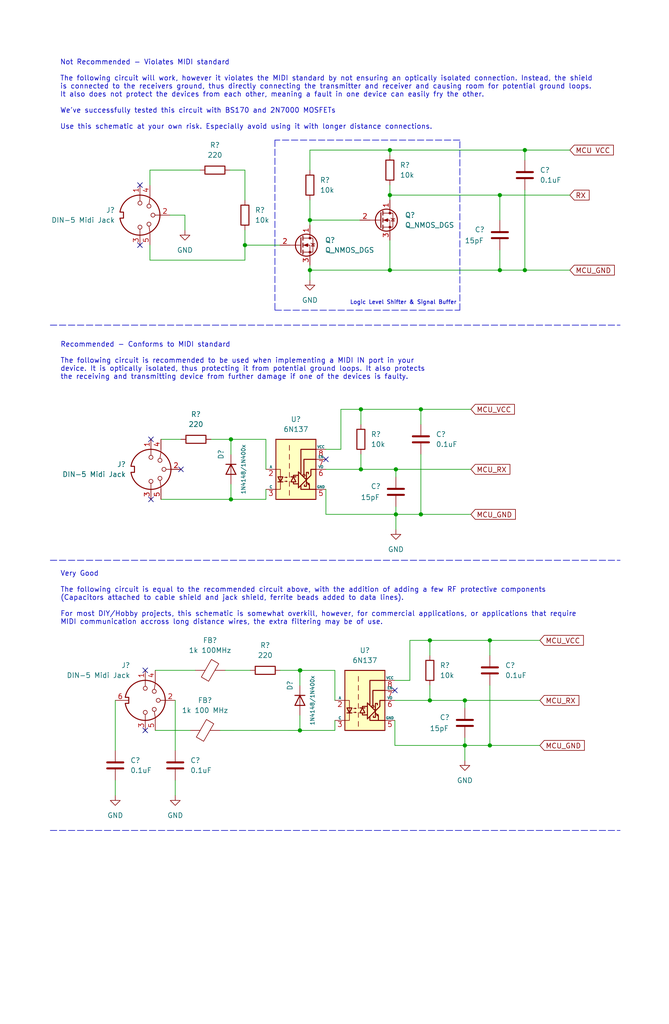
<source format=kicad_sch>
(kicad_sch (version 20211123) (generator eeschema)
  (paper "User" 170.002 259.994)
  (title_block (title "MIDI IN Template Schematics") (date "2022-07-23") (rev "v1.0.0") (company "TU-DO Makerspace") (comment 3 "Author: Patrick Pedersen <ctx.xda@gmail.com>"))
  (lib_symbols
    (symbol "Connector:DIN-5_180degree" (pin_names (offset 1.016))
      (property "Reference" "J" (at 3.175 5.715 0))
      (property "Value" "DIN-5_180degree" (at 0 -6.35 0))
      (symbol "DIN-5_180degree_0_1"
        (arc (start -5.08 0) (mid -3.8609 -3.3364) (end -0.762 -5.08) (stroke (width 0.254)))
        (circle (center -3.048 0) (radius 0.508))
        (circle (center -2.286 2.286) (radius 0.508))
        (polyline (pts (xy -5.08 0) (xy -3.556 0)))
        (polyline (pts (xy 0 5.08) (xy 0 3.81)))
        (polyline (pts (xy 5.08 0) (xy 3.556 0)))
        (polyline (pts (xy -5.08 2.54) (xy -4.318 2.54) (xy -2.794 2.286)))
        (polyline (pts (xy 5.08 2.54) (xy 4.318 2.54) (xy 2.794 2.286)))
        (polyline (pts (xy -0.762 -4.953) (xy -0.762 -4.191) (xy 0.762 -4.191) (xy 0.762 -4.953)) (stroke (width 0.254)))
        (circle (center 0 3.302) (radius 0.508))
        (arc (start 0.762 -5.08) (mid 3.8685 -3.343) (end 5.08 0) (stroke (width 0.254)))
        (circle (center 2.286 2.286) (radius 0.508))
        (circle (center 3.048 0) (radius 0.508))
        (arc (start 5.08 0) (mid 0 5.08) (end -5.08 0) (stroke (width 0.254)))
      )
      (symbol "DIN-5_180degree_1_1"
        (pin passive line (at -7.62 0 0) (length 2.54) (name "~") (number "1"))
        (pin passive line (at 0 7.62 270) (length 2.54) (name "~") (number "2"))
        (pin passive line (at 7.62 0 180) (length 2.54) (name "~") (number "3"))
        (pin passive line (at -7.62 2.54 0) (length 2.54) (name "~") (number "4"))
        (pin passive line (at 7.62 2.54 180) (length 2.54) (name "~") (number "5"))
      )
    )
    (symbol "DIN-5_180degree_1" (pin_names (offset 1.016))
      (property "Reference" "J?" (at 6.35 -1.27 90))
      (property "Value" "DIN-5 Midi Jack" (at 6.35 1.27 90))
      (symbol "DIN-5_180degree_1_0_1"
        (arc (start -5.08 0) (mid -3.8609 -3.3364) (end -0.762 -5.08) (stroke (width 0.254)))
        (circle (center -3.048 0) (radius 0.508))
        (circle (center -2.286 2.286) (radius 0.508))
        (polyline (pts (xy -5.08 0) (xy -3.556 0)))
        (polyline (pts (xy 0 -5.08) (xy 0 -4.318)))
        (polyline (pts (xy 0 5.08) (xy 0 3.81)))
        (polyline (pts (xy 5.08 0) (xy 3.556 0)))
        (polyline (pts (xy -5.08 2.54) (xy -4.318 2.54) (xy -2.794 2.286)))
        (polyline (pts (xy 5.08 2.54) (xy 4.318 2.54) (xy 2.794 2.286)))
        (polyline (pts (xy -0.762 -4.953) (xy -0.762 -4.191) (xy 0.762 -4.191) (xy 0.762 -4.953)) (stroke (width 0.254)))
        (circle (center 0 3.302) (radius 0.508))
        (arc (start 0.762 -5.08) (mid 3.8685 -3.343) (end 5.08 0) (stroke (width 0.254)))
        (circle (center 2.286 2.286) (radius 0.508))
        (circle (center 3.048 0) (radius 0.508))
        (arc (start 5.08 0) (mid 0 5.08) (end -5.08 0) (stroke (width 0.254)))
      )
      (symbol "DIN-5_180degree_1_1_1"
        (pin passive line (at -7.62 0 0) (length 2.54) (name "~") (number "1"))
        (pin passive line (at 0 7.62 270) (length 2.54) (name "~") (number "2"))
        (pin passive line (at 7.62 0 180) (length 2.54) (name "~") (number "3"))
        (pin passive line (at -7.62 2.54 0) (length 2.54) (name "~") (number "4"))
        (pin passive line (at 7.62 2.54 180) (length 2.54) (name "~") (number "5"))
        (pin input line (at 0 -7.62 90) (length 2.54) (name "") (number "6"))
      )
    )
    (symbol "Device:C" (pin_numbers hide) (pin_names (offset 0.254))
      (property "Reference" "C" (at 0.635 2.54 0))
      (property "Value" "C" (at 0.635 -2.54 0))
      (symbol "C_0_1"
        (polyline (pts (xy -2.032 -0.762) (xy 2.032 -0.762)) (stroke (width 0.508)))
        (polyline (pts (xy -2.032 0.762) (xy 2.032 0.762)) (stroke (width 0.508)))
      )
      (symbol "C_1_1"
        (pin passive line (at 0 3.81 270) (length 2.794) (name "~") (number "1"))
        (pin passive line (at 0 -3.81 90) (length 2.794) (name "~") (number "2"))
      )
    )
    (symbol "Device:D" (pin_numbers hide) (pin_names (offset 1.016) hide)
      (property "Reference" "D" (at 0 2.54 0))
      (property "Value" "D" (at 0 -2.54 0))
      (symbol "D_0_1"
        (polyline (pts (xy -1.27 1.27) (xy -1.27 -1.27)) (stroke (width 0.254)))
        (polyline (pts (xy 1.27 0) (xy -1.27 0)))
        (polyline (pts (xy 1.27 1.27) (xy 1.27 -1.27) (xy -1.27 0) (xy 1.27 1.27)) (stroke (width 0.254)))
      )
      (symbol "D_1_1"
        (pin passive line (at -3.81 0 0) (length 2.54) (name "K") (number "1"))
        (pin passive line (at 3.81 0 180) (length 2.54) (name "A") (number "2"))
      )
    )
    (symbol "Device:FerriteBead" (pin_numbers hide) (pin_names (offset 0))
      (property "Reference" "FB" (at -3.81 0.635 90))
      (property "Value" "FerriteBead" (at 3.81 0 90))
      (symbol "FerriteBead_0_1"
        (polyline (pts (xy 0 -1.27) (xy 0 -1.2192)))
        (polyline (pts (xy 0 1.27) (xy 0 1.2954)))
        (polyline (pts (xy -2.7686 0.4064) (xy -1.7018 2.2606) (xy 2.7686 -0.3048) (xy 1.6764 -2.159) (xy -2.7686 0.4064)))
      )
      (symbol "FerriteBead_1_1"
        (pin passive line (at 0 3.81 270) (length 2.54) (name "~") (number "1"))
        (pin passive line (at 0 -3.81 90) (length 2.54) (name "~") (number "2"))
      )
    )
    (symbol "Device:Q_NMOS_DGS" (pin_names (offset 0) hide)
      (property "Reference" "Q" (at 5.08 1.27 0))
      (property "Value" "Q_NMOS_DGS" (at 5.08 -1.27 0))
      (symbol "Q_NMOS_DGS_0_1"
        (polyline (pts (xy 0.254 0) (xy -2.54 0)))
        (polyline (pts (xy 0.254 1.905) (xy 0.254 -1.905)) (stroke (width 0.254)))
        (polyline (pts (xy 0.762 -1.27) (xy 0.762 -2.286)) (stroke (width 0.254)))
        (polyline (pts (xy 0.762 0.508) (xy 0.762 -0.508)) (stroke (width 0.254)))
        (polyline (pts (xy 0.762 2.286) (xy 0.762 1.27)) (stroke (width 0.254)))
        (polyline (pts (xy 2.54 2.54) (xy 2.54 1.778)))
        (polyline (pts (xy 2.54 -2.54) (xy 2.54 0) (xy 0.762 0)))
        (polyline (pts (xy 0.762 -1.778) (xy 3.302 -1.778) (xy 3.302 1.778) (xy 0.762 1.778)))
        (polyline (pts (xy 1.016 0) (xy 2.032 0.381) (xy 2.032 -0.381) (xy 1.016 0)) (fill (type outline)))
        (polyline (pts (xy 2.794 0.508) (xy 2.921 0.381) (xy 3.683 0.381) (xy 3.81 0.254)))
        (polyline (pts (xy 3.302 0.381) (xy 2.921 -0.254) (xy 3.683 -0.254) (xy 3.302 0.381)))
        (circle (center 1.651 0) (radius 2.794) (stroke (width 0.254)))
        (circle (center 2.54 -1.778) (radius 0.254) (fill (type outline)))
        (circle (center 2.54 1.778) (radius 0.254) (fill (type outline)))
      )
      (symbol "Q_NMOS_DGS_1_1"
        (pin passive line (at 2.54 5.08 270) (length 2.54) (name "D") (number "1"))
        (pin input line (at -5.08 0 0) (length 2.54) (name "G") (number "2"))
        (pin passive line (at 2.54 -5.08 90) (length 2.54) (name "S") (number "3"))
      )
    )
    (symbol "Device:R" (pin_numbers hide) (pin_names (offset 0))
      (property "Reference" "R" (at 2.032 0 90))
      (property "Value" "R" (at 0 0 90))
      (symbol "R_0_1"
        (rectangle (start -1.016 -2.54) (end 1.016 2.54) (stroke (width 0.254)))
      )
      (symbol "R_1_1"
        (pin passive line (at 0 3.81 270) (length 1.27) (name "~") (number "1"))
        (pin passive line (at 0 -3.81 90) (length 1.27) (name "~") (number "2"))
      )
    )
    (symbol "Isolator:6N137" (pin_names (offset 0))
      (property "Reference" "U" (at -4.064 8.89 0))
      (property "Value" "6N137" (at 0 -8.89 0))
      (symbol "6N137_0_1"
        (polyline (pts (xy 2.667 -3.556) (xy 2.667 -1.651)) (stroke (width 0.254)))
        (polyline (pts (xy 2.667 -2.159) (xy 2.667 -2.921)) (stroke (width 0.254)))
        (polyline (pts (xy 3.429 -3.937) (xy 3.429 -5.08)) (stroke (width 0.254)))
        (polyline (pts (xy -0.635 -3.302) (xy -0.635 -3.683) (xy 0.635 -3.683)) (stroke (width 0.254)))
        (polyline (pts (xy -0.635 -1.905) (xy -0.635 -1.524) (xy 0.508 -1.524)) (stroke (width 0.254)))
        (polyline (pts (xy 1.27 -4.064) (xy 1.27 -5.08) (xy 5.08 -5.08)) (stroke (width 0.254)))
        (polyline (pts (xy 1.27 -1.27) (xy 1.27 5.08) (xy 5.08 5.08)) (stroke (width 0.254)))
        (polyline (pts (xy 2.032 -1.27) (xy 2.032 2.54) (xy 5.08 2.54)) (stroke (width 0.254)))
        (polyline (pts (xy -5.08 -5.08) (xy -3.937 -5.08) (xy -3.937 0) (xy -5.08 0)))
        (polyline (pts (xy 2.667 -3.302) (xy 2.667 -4.318) (xy 2.159 -4.318) (xy 2.159 -3.937)) (stroke (width 0.254)))
        (polyline (pts (xy 2.667 -2.667) (xy 0.635 -4.699) (xy 0.635 -0.635) (xy 2.667 -2.667)) (stroke (width 0.254)))
        (polyline (pts (xy 2.667 -1.778) (xy 2.667 -0.762) (xy 3.175 -0.762) (xy 3.175 -1.143)) (stroke (width 0.254)))
        (polyline (pts (xy 2.794 -2.54) (xy 3.81 -1.524) (xy 3.81 0) (xy 5.08 0)) (stroke (width 0.254)))
        (polyline (pts (xy 2.667 -3.175) (xy 3.429 -3.937) (xy 3.302 -3.556) (xy 3.048 -3.81) (xy 3.429 -3.937)) (stroke (width 0.254)))
        (circle (center 2.032 -1.524) (radius 0.254) (stroke (width 0.254)))
      )
      (symbol "6N137_1_1"
        (rectangle (start -5.08 7.62) (end 5.08 -7.62) (stroke (width 0.254)) (fill (type background)))
        (polyline (pts (xy -4.572 -3.175) (xy -3.302 -3.175)) (stroke (width 0.254)))
        (polyline (pts (xy -1.651 -5.334) (xy -1.651 -6.604)))
        (polyline (pts (xy -1.651 -3.048) (xy -1.651 -4.318)))
        (polyline (pts (xy -1.651 -0.762) (xy -1.651 -2.032)))
        (polyline (pts (xy -1.651 1.524) (xy -1.651 0.254)))
        (polyline (pts (xy -1.651 3.81) (xy -1.651 2.54)))
        (polyline (pts (xy -1.651 6.096) (xy -1.651 4.826)))
        (polyline (pts (xy -1.27 -1.905) (xy 0 -1.905)) (stroke (width 0.254)))
        (polyline (pts (xy -3.937 -3.175) (xy -4.572 -1.905) (xy -3.302 -1.905) (xy -3.937 -3.175)) (stroke (width 0.254)))
        (polyline (pts (xy -0.635 -1.905) (xy -1.27 -3.175) (xy 0 -3.175) (xy -0.635 -1.905)) (stroke (width 0.254)))
        (polyline (pts (xy -2.921 -3.048) (xy -2.159 -3.048) (xy -2.54 -3.175) (xy -2.54 -2.921) (xy -2.159 -3.048)) (stroke (width 0.127)))
        (polyline (pts (xy -2.921 -2.032) (xy -2.159 -2.032) (xy -2.54 -2.159) (xy -2.54 -1.905) (xy -2.159 -2.032)) (stroke (width 0.127)))
        (pin no_connect line (at -5.08 5.08 0) (length 2.54) hide (name "NC") (number "1"))
        (pin passive line (at -7.62 0 0) (length 2.54) (name "A") (number "2"))
        (pin passive line (at -7.62 -5.08 0) (length 2.54) (name "C") (number "3"))
        (pin power_in line (at 7.62 -5.08 180) (length 2.54) (name "GND") (number "5"))
        (pin open_collector line (at 7.62 0 180) (length 2.54) (name "VO") (number "6"))
        (pin input line (at 7.62 2.54 180) (length 2.54) (name "EN") (number "7"))
        (pin power_in line (at 7.62 5.08 180) (length 2.54) (name "VCC") (number "8"))
      )
    )
    (symbol "power:GND" (power) (pin_names (offset 0))
      (property "Value" "GND" (at 0 -3.81 0))
      (symbol "GND_0_1"
        (polyline (pts (xy 0 0) (xy 0 -1.27) (xy 1.27 -1.27) (xy 0 -2.54) (xy -1.27 -1.27) (xy 0 -1.27)))
      )
      (symbol "GND_1_1"
        (pin power_in line (at 0 0 270) (length 0) hide (name "GND") (number "1"))
      )
    )
  )
  (junction (at 91.6941 119.1438))
  (junction (at 76.2 185.42))
  (junction (at 58.6741 126.7638))
  (junction (at 99.06 49.53))
  (junction (at 118.11 189.23))
  (junction (at 127 68.58))
  (junction (at 109.22 177.8))
  (junction (at 133.35 38.1))
  (junction (at 100.5841 130.5738))
  (junction (at 58.6741 111.5238))
  (junction (at 124.46 189.23))
  (junction (at 133.35 68.58))
  (junction (at 76.2 170.18))
  (junction (at 109.22 162.56))
  (junction (at 127 49.53))
  (junction (at 118.11 177.8))
  (junction (at 100.5841 119.1438))
  (junction (at 106.9341 103.9038))
  (junction (at 99.06 68.58))
  (junction (at 106.9341 130.5738))
  (junction (at 62.23 62.23))
  (junction (at 124.46 162.56))
  (junction (at 78.74 55.88))
  (junction (at 78.74 68.58))
  (junction (at 76.2759 170.1679))
  (junction (at 99.06 38.1))
  (junction (at 91.6941 103.9038))
  (no_connect (at 82.8041 116.6038))
  (no_connect (at 36.9059 170.1679))
  (no_connect (at 35.56 62.23))
  (no_connect (at 100.33 175.26))
  (no_connect (at 36.9059 185.4079))
  (no_connect (at 45.9741 119.1438))
  (no_connect (at 38.3541 126.7638))
  (no_connect (at 38.3541 111.5238))
  (no_connect (at 35.56 46.99))
  (wire (pts (xy 99.06 49.53) (xy 99.06 50.8)))
  (wire (pts (xy 78.74 55.88) (xy 91.44 55.88)))
  (wire (pts (xy 71.1959 170.1679) (xy 76.2759 170.1679)))
  (wire (pts (xy 109.22 177.8) (xy 100.33 177.8)))
  (wire (pts (xy 104.14 162.56) (xy 104.14 172.72)))
  (wire (pts (xy 106.9341 103.9038) (xy 106.9341 107.7138)))
  (wire (pts (xy 82.8041 130.5738) (xy 100.5841 130.5738)))
  (wire (pts (xy 38.1 43.18) (xy 38.1 46.99)))
  (wire (pts (xy 118.11 187.325) (xy 118.11 189.23)))
  (wire (pts (xy 118.11 177.8) (xy 109.22 177.8)))
  (wire (pts (xy 91.6941 119.1438) (xy 82.8041 119.1438)))
  (wire (pts (xy 55.9559 185.4079) (xy 76.2 185.42)))
  (wire (pts (xy 100.33 172.72) (xy 104.14 172.72)))
  (wire (pts (xy 106.9341 103.9038) (xy 119.6341 103.9038)))
  (wire (pts (xy 44.5259 177.7879) (xy 44.5259 190.4879)))
  (wire (pts (xy 78.74 38.1) (xy 78.74 43.18)))
  (wire (pts (xy 100.5841 119.1438) (xy 119.6341 119.1438)))
  (wire (pts (xy 100.5841 130.5738) (xy 106.9341 130.5738)))
  (wire (pts (xy 124.46 162.56) (xy 124.46 166.37)))
  (wire (pts (xy 38.1 66.04) (xy 62.23 66.04)))
  (wire (pts (xy 67.5641 124.2238) (xy 67.5641 126.7638)))
  (wire (pts (xy 124.46 189.23) (xy 137.16 189.23)))
  (wire (pts (xy 109.22 166.37) (xy 109.22 162.56)))
  (wire (pts (xy 67.5641 119.1438) (xy 67.5641 111.5238)))
  (wire (pts (xy 78.74 68.58) (xy 99.06 68.58)))
  (wire (pts (xy 78.74 38.1) (xy 99.06 38.1)))
  (wire (pts (xy 133.35 38.1) (xy 144.78 38.1)))
  (wire (pts (xy 104.14 162.56) (xy 109.22 162.56)))
  (wire (pts (xy 58.6741 122.9538) (xy 58.6741 126.7638)))
  (wire (pts (xy 133.35 38.1) (xy 133.35 40.64)))
  (wire (pts (xy 118.11 179.705) (xy 118.11 177.8)))
  (wire (pts (xy 82.8041 124.2238) (xy 82.8041 130.5738)))
  (wire (pts (xy 29.2859 198.1079) (xy 29.2859 201.9179)))
  (wire (pts (xy 100.5841 119.1438) (xy 91.6941 119.1438)))
  (wire (pts (xy 124.46 173.99) (xy 124.46 189.23)))
  (wire (pts (xy 78.74 55.88) (xy 78.74 57.15)))
  (wire (pts (xy 99.06 60.96) (xy 99.06 68.58)))
  (wire (pts (xy 40.8941 111.5238) (xy 45.9741 111.5238)))
  (wire (pts (xy 85.09 182.88) (xy 85.09 185.42)))
  (wire (pts (xy 106.9341 115.3338) (xy 106.9341 130.5738)))
  (wire (pts (xy 91.6941 107.7138) (xy 91.6941 103.9038)))
  (wire (pts (xy 76.2 181.61) (xy 76.2 185.42)))
  (wire (pts (xy 118.11 189.23) (xy 124.46 189.23)))
  (wire (pts (xy 76.2 185.42) (xy 85.09 185.42)))
  (polyline (pts (xy 69.85 35.56) (xy 69.85 60.96)))
  (wire (pts (xy 58.6741 126.7638) (xy 67.5641 126.7638)))
  (wire (pts (xy 58.6741 111.5238) (xy 67.5641 111.5238)))
  (wire (pts (xy 91.6941 115.3338) (xy 91.6941 119.1438)))
  (wire (pts (xy 62.23 62.23) (xy 71.12 62.23)))
  (wire (pts (xy 62.23 66.04) (xy 62.23 62.23)))
  (wire (pts (xy 99.06 49.53) (xy 127 49.53)))
  (wire (pts (xy 53.5941 111.5238) (xy 58.6741 111.5238)))
  (wire (pts (xy 127 49.53) (xy 144.78 49.53)))
  (wire (pts (xy 44.5259 198.1079) (xy 44.5259 201.9179)))
  (wire (pts (xy 40.8941 126.7638) (xy 58.6741 126.7638)))
  (wire (pts (xy 118.11 189.23) (xy 118.11 193.04)))
  (polyline (pts (xy 69.85 60.96) (xy 69.85 78.74)))
  (polyline (pts (xy 116.84 35.56) (xy 69.85 35.56)))
  (wire (pts (xy 85.09 177.8) (xy 85.09 170.18)))
  (wire (pts (xy 76.2 170.18) (xy 76.2 173.99)))
  (wire (pts (xy 100.5841 121.0488) (xy 100.5841 119.1438)))
  (wire (pts (xy 78.74 68.58) (xy 78.74 71.12)))
  (wire (pts (xy 62.23 43.18) (xy 58.42 43.18)))
  (polyline (pts (xy 69.85 78.74) (xy 116.84 78.74)))
  (wire (pts (xy 133.35 48.26) (xy 133.35 68.58)))
  (wire (pts (xy 100.33 189.23) (xy 118.11 189.23)))
  (wire (pts (xy 62.23 62.23) (xy 62.23 58.42)))
  (wire (pts (xy 100.5841 130.5738) (xy 100.5841 134.3838)))
  (wire (pts (xy 99.06 38.1) (xy 133.35 38.1)))
  (wire (pts (xy 100.33 182.88) (xy 100.33 189.23)))
  (wire (pts (xy 86.6141 103.9038) (xy 91.6941 103.9038)))
  (wire (pts (xy 39.4459 185.4079) (xy 48.3359 185.4079)))
  (wire (pts (xy 127 49.53) (xy 127 55.88)))
  (wire (pts (xy 109.22 162.56) (xy 124.46 162.56)))
  (wire (pts (xy 86.6141 103.9038) (xy 86.6141 114.0638)))
  (wire (pts (xy 82.8041 114.0638) (xy 86.6141 114.0638)))
  (wire (pts (xy 118.11 177.8) (xy 137.16 177.8)))
  (wire (pts (xy 62.23 50.8) (xy 62.23 43.18)))
  (polyline (pts (xy 116.84 78.74) (xy 116.84 35.56)))
  (polyline (pts (xy 12.7759 142.2279) (xy 157.5559 142.2279)))
  (wire (pts (xy 78.74 67.31) (xy 78.74 68.58)))
  (wire (pts (xy 46.99 54.61) (xy 46.99 58.42)))
  (wire (pts (xy 38.1 43.18) (xy 50.8 43.18)))
  (wire (pts (xy 78.74 50.8) (xy 78.74 55.88)))
  (wire (pts (xy 39.4459 170.1679) (xy 49.6059 170.1679)))
  (wire (pts (xy 127 68.58) (xy 133.35 68.58)))
  (wire (pts (xy 99.06 46.99) (xy 99.06 49.53)))
  (wire (pts (xy 76.2 170.18) (xy 85.09 170.18)))
  (polyline (pts (xy 12.7759 82.5379) (xy 157.5559 82.5379)))
  (wire (pts (xy 38.1 66.04) (xy 38.1 62.23)))
  (wire (pts (xy 99.06 38.1) (xy 99.06 39.37)))
  (wire (pts (xy 57.2259 170.1679) (xy 63.5759 170.1679)))
  (wire (pts (xy 106.9341 130.5738) (xy 119.6341 130.5738)))
  (wire (pts (xy 109.22 173.99) (xy 109.22 177.8)))
  (wire (pts (xy 99.06 68.58) (xy 127 68.58)))
  (wire (pts (xy 133.35 68.58) (xy 144.78 68.58)))
  (wire (pts (xy 124.46 162.56) (xy 137.16 162.56)))
  (polyline (pts (xy 12.7759 210.8079) (xy 157.5559 210.8079)))
  (wire (pts (xy 127 63.5) (xy 127 68.58)))
  (wire (pts (xy 91.6941 103.9038) (xy 106.9341 103.9038)))
  (wire (pts (xy 43.18 54.61) (xy 46.99 54.61)))
  (wire (pts (xy 100.5841 128.6688) (xy 100.5841 130.5738)))
  (wire (pts (xy 58.6741 111.5238) (xy 58.6741 115.3338)))
  (wire (pts (xy 29.2859 177.7879) (xy 29.2859 190.4879)))
  (text "Logic Level Shifter & Signal Buffer" (at 88.9 77.47 0) (effects (font (size 1 1)) (justify left bottom)))
  (text "Recommended - Conforms to MIDI standard\n\nThe following circuit is recommended to be used when implementing a MIDI IN port in your\ndevice. It is optically isolated, thus protecting it from potential ground loops. It also protects\nthe receiving and transmitting device from further damage if one of the devices is faulty." (at 15.3159 96.5079 0) (effects (font (size 1.27 1.27)) (justify left bottom)))
  (text "Not Recommended - Violates MIDI standard\n\nThe following circuit will work, however it violates the MIDI standard by not ensuring an optically isolated connection. Instead, the shield \nis connected to the receivers ground, thus directly connecting the transmitter and receiver and causing room for potential ground loops.\nIt also does not protect the devices from each other, meaning a fault in one device can easily fry the other.\n\nWe've successfully tested this circuit with BS170 and 2N7000 MOSFETs\n\nUse this schematic at your own risk. Especially avoid using it with longer distance connections." (at 15.24 33.02 0) (effects (font (size 1.27 1.27)) (justify left bottom)))
  (text "Very Good\n\nThe following circuit is equal to the recommended circuit above, with the addition of adding a few RF protective components\n(Capacitors attached to cable shield and jack shield, ferrite beads added to data lines).\n\nFor most DIY/Hobby projects, this schematic is somewhat overkill, however, for commercial applications, or applications that require\nMIDI communication accross long distance wires, the extra filtering may be of use." (at 15.3159 158.7379 0) (effects (font (size 1.27 1.27)) (justify left bottom)))
  (global_label "MCU_RX" (shape input) (at 119.6341 119.1438 0) (property "Intersheet References" "${INTERSHEET_REFS}" (effects hide)))
  (global_label "MCU_GND" (shape input) (at 144.78 68.58 0) (property "Intersheet References" "${INTERSHEET_REFS}" (effects hide)))
  (global_label "RX" (shape input) (at 144.78 49.53 0) (property "Intersheet References" "${INTERSHEET_REFS}" (effects hide)))
  (global_label "MCU_VCC" (shape input) (at 137.16 162.56 0) (property "Intersheet References" "${INTERSHEET_REFS}" (effects hide)))
  (global_label "MCU_RX" (shape input) (at 137.16 177.8 0) (property "Intersheet References" "${INTERSHEET_REFS}" (effects hide)))
  (global_label "MCU_VCC" (shape input) (at 119.6341 103.9038 0) (property "Intersheet References" "${INTERSHEET_REFS}" (effects hide)))
  (global_label "MCU VCC" (shape input) (at 144.78 38.1 0) (property "Intersheet References" "${INTERSHEET_REFS}" (effects hide)))
  (global_label "MCU_GND" (shape input) (at 119.6341 130.5738 0) (property "Intersheet References" "${INTERSHEET_REFS}" (effects hide)))
  (global_label "MCU_GND" (shape input) (at 137.16 189.23 0) (property "Intersheet References" "${INTERSHEET_REFS}" (effects hide)))
  (symbol (lib_id "Device:C") (at 133.35 44.45 0) (unit 1)
    (property "Reference" "C?" (at 137.16 43.1799 0) (effects (justify left)))
    (property "Value" "0.1uF" (at 137.16 45.7199 0) (effects (justify left)))
  )
  (symbol (lib_name "DIN-5_180degree_1") (lib_id "Connector:DIN-5_180degree") (at 36.9059 177.7879 270) (unit 1)
    (property "Reference" "J?" (at 33.0959 168.8979 90) (effects (justify right)))
    (property "Value" "DIN-5 Midi Jack" (at 33.0959 171.4379 90) (effects (justify right)))
    (property "Datasheet" "http://www.mouser.com/ds/2/18/40_c091_abd_e-75918.pdf" (effects hide))
  )
  (symbol (lib_id "Device:R") (at 78.74 46.99 0) (unit 1)
    (property "Reference" "R?" (at 81.28 45.7199 0) (effects (justify left)))
    (property "Value" "10k" (at 81.28 48.2599 0) (effects (justify left)))
  )
  (symbol (lib_id "Device:D") (at 58.6741 119.1438 270) (unit 1)
    (property "Reference" "D?" (at 56.1341 114.0638 0) (effects (justify left)))
    (property "Value" "1N4148/1N400x" (at 61.8491 112.7938 0) (effects (font (size 1 1)) (justify left)))
  )
  (symbol (lib_id "Device:D") (at 76.2 177.8 270) (unit 1)
    (property "Reference" "D?" (at 73.66 172.72 0) (effects (justify left)))
    (property "Value" "1N4148/1N400x" (at 79.375 171.45 0) (effects (font (size 1 1)) (justify left)))
  )
  (symbol (lib_id "Device:R") (at 54.61 43.18 90) (unit 1)
    (property "Reference" "R?" (at 54.61 36.83 90))
    (property "Value" "220" (at 54.61 39.37 90))
  )
  (symbol (lib_id "Device:R") (at 109.22 170.18 180) (unit 1)
    (property "Reference" "R?" (at 111.76 168.9099 0) (effects (justify right)))
    (property "Value" "10k" (at 111.76 171.4499 0) (effects (justify right)))
  )
  (symbol (lib_id "Device:R") (at 99.06 43.18 0) (unit 1)
    (property "Reference" "R?" (at 101.6 41.9099 0) (effects (justify left)))
    (property "Value" "10k" (at 101.6 44.4499 0) (effects (justify left)))
  )
  (symbol (lib_id "Device:C") (at 124.46 170.18 0) (unit 1)
    (property "Reference" "C?" (at 128.3459 168.9099 0) (effects (justify left)))
    (property "Value" "0.1uF" (at 128.3459 171.4499 0) (effects (justify left)))
  )
  (symbol (lib_id "Device:R") (at 67.3859 170.1679 90) (unit 1)
    (property "Reference" "R?" (at 67.3859 163.8179 90))
    (property "Value" "220" (at 67.3859 166.3579 90))
  )
  (symbol (lib_id "power:GND") (at 44.5259 201.9179 0) (unit 1)
    (property "Reference" "#PWR?" (effects hide))
    (property "Value" "GND" (at 44.5259 206.9979 0))
  )
  (symbol (lib_id "Device:C") (at 29.2859 194.2979 0) (unit 1)
    (property "Reference" "C?" (at 33.0959 193.0278 0) (effects (justify left)))
    (property "Value" "0.1uF" (at 33.0959 195.5678 0) (effects (justify left)))
  )
  (symbol (lib_id "Isolator:6N137") (at 92.71 177.8 0) (unit 1)
    (property "Reference" "U?" (at 92.71 165.1 0))
    (property "Value" "6N137" (at 92.71 167.64 0))
    (property "Footprint" "Package_DIP:DIP-8_W7.62mm" (effects hide))
    (property "Datasheet" "https://docs.broadcom.com/docs/AV02-0940EN" (effects hide))
  )
  (symbol (lib_id "Device:FerriteBead") (at 53.4159 170.1679 90) (unit 1)
    (property "Reference" "FB?" (at 53.3651 162.5479 90))
    (property "Value" "1k 100MHz" (at 53.3651 165.0879 90))
  )
  (symbol (lib_id "Device:R") (at 62.23 54.61 180) (unit 1)
    (property "Reference" "R?" (at 64.77 53.3399 0) (effects (justify right)))
    (property "Value" "10k" (at 64.77 55.8799 0) (effects (justify right)))
  )
  (symbol (lib_id "Device:Q_NMOS_DGS") (at 96.52 55.88 0) (unit 1)
    (property "Reference" "Q?" (at 102.87 54.6099 0) (effects (justify left)))
    (property "Value" "Q_NMOS_DGS" (at 102.87 57.1499 0) (effects (justify left)))
  )
  (symbol (lib_id "Device:FerriteBead") (at 52.1459 185.4079 90) (unit 1)
    (property "Reference" "FB?" (at 52.0951 177.7879 90))
    (property "Value" "1k 100 MHz" (at 52.0951 180.3279 90))
  )
  (symbol (lib_id "Device:C") (at 44.5259 194.2979 0) (unit 1)
    (property "Reference" "C?" (at 48.3359 193.0278 0) (effects (justify left)))
    (property "Value" "0.1uF" (at 48.3359 195.5678 0) (effects (justify left)))
  )
  (symbol (lib_id "power:GND") (at 29.2859 201.9179 0) (unit 1)
    (property "Reference" "#PWR?" (effects hide))
    (property "Value" "GND" (at 29.2859 206.9979 0))
  )
  (symbol (lib_id "Connector:DIN-5_180degree") (at 38.3541 119.1438 270) (unit 1)
    (property "Reference" "J?" (at 32.0041 117.8738 90) (effects (justify right)))
    (property "Value" "DIN-5 Midi Jack" (at 32.0041 120.4138 90) (effects (justify right)))
    (property "Datasheet" "http://www.mouser.com/ds/2/18/40_c091_abd_e-75918.pdf" (effects hide))
  )
  (symbol (lib_id "power:GND") (at 46.99 58.42 0) (unit 1)
    (property "Reference" "#PWR?" (effects hide))
    (property "Value" "GND" (at 46.99 63.5 0))
  )
  (symbol (lib_id "Isolator:6N137") (at 75.1841 119.1438 0) (unit 1)
    (property "Reference" "U?" (at 75.1841 106.4438 0))
    (property "Value" "6N137" (at 75.1841 108.9838 0))
    (property "Footprint" "Package_DIP:DIP-8_W7.62mm" (effects hide))
    (property "Datasheet" "https://docs.broadcom.com/docs/AV02-0940EN" (effects hide))
  )
  (symbol (lib_id "Device:C") (at 127 59.69 0) (unit 1)
    (property "Reference" "C?" (at 123.19 58.293 0) (effects (justify right)))
    (property "Value" "15pF" (at 122.936 61.087 0) (effects (justify right)))
  )
  (symbol (lib_id "Connector:DIN-5_180degree") (at 35.56 54.61 270) (unit 1)
    (property "Reference" "J?" (at 29.21 53.34 90) (effects (justify right)))
    (property "Value" "DIN-5 Midi Jack" (at 29.21 55.88 90) (effects (justify right)))
    (property "Datasheet" "http://www.mouser.com/ds/2/18/40_c091_abd_e-75918.pdf" (effects hide))
  )
  (symbol (lib_id "Device:C") (at 100.5841 124.8588 0) (unit 1)
    (property "Reference" "C?" (at 96.7741 123.4618 0) (effects (justify right)))
    (property "Value" "15pF" (at 96.5201 126.2558 0) (effects (justify right)))
  )
  (symbol (lib_id "Device:R") (at 49.7841 111.5238 90) (unit 1)
    (property "Reference" "R?" (at 49.7841 105.1738 90))
    (property "Value" "220" (at 49.7841 107.7138 90))
  )
  (symbol (lib_id "power:GND") (at 118.11 193.04 0) (unit 1)
    (property "Reference" "#PWR?" (effects hide))
    (property "Value" "GND" (at 118.11 198.12 0))
  )
  (symbol (lib_id "Device:Q_NMOS_DGS") (at 76.2 62.23 0) (unit 1)
    (property "Reference" "Q?" (at 82.55 60.9599 0) (effects (justify left)))
    (property "Value" "Q_NMOS_DGS" (at 82.55 63.4999 0) (effects (justify left)))
  )
  (symbol (lib_id "Device:C") (at 106.9341 111.5238 0) (unit 1)
    (property "Reference" "C?" (at 110.7441 110.2537 0) (effects (justify left)))
    (property "Value" "0.1uF" (at 110.7441 112.7937 0) (effects (justify left)))
  )
  (symbol (lib_id "Device:R") (at 91.6941 111.5238 180) (unit 1)
    (property "Reference" "R?" (at 94.2341 110.2537 0) (effects (justify right)))
    (property "Value" "10k" (at 94.2341 112.7937 0) (effects (justify right)))
  )
  (symbol (lib_id "power:GND") (at 100.5841 134.3838 0) (unit 1)
    (property "Reference" "#PWR?" (effects hide))
    (property "Value" "GND" (at 100.5841 139.4638 0))
  )
  (symbol (lib_id "Device:C") (at 118.11 183.515 0) (unit 1)
    (property "Reference" "C?" (at 114.3 182.118 0) (effects (justify right)))
    (property "Value" "15pF" (at 114.046 184.912 0) (effects (justify right)))
  )
  (symbol (lib_id "power:GND") (at 78.74 71.12 0) (unit 1)
    (property "Reference" "#PWR?" (effects hide))
    (property "Value" "GND" (at 78.74 76.2 0))
  )
)
</source>
